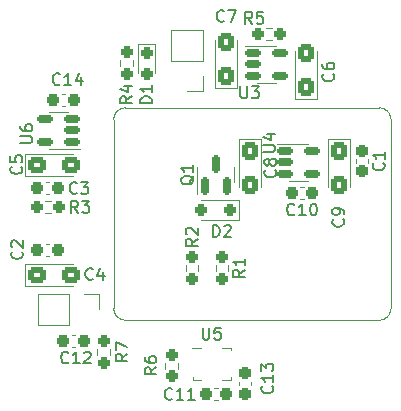
<source format=gto>
G04 #@! TF.GenerationSoftware,KiCad,Pcbnew,7.0.2*
G04 #@! TF.CreationDate,2025-02-26T19:17:01+01:00*
G04 #@! TF.ProjectId,testESP32_2,74657374-4553-4503-9332-5f322e6b6963,rev?*
G04 #@! TF.SameCoordinates,Original*
G04 #@! TF.FileFunction,Legend,Top*
G04 #@! TF.FilePolarity,Positive*
%FSLAX46Y46*%
G04 Gerber Fmt 4.6, Leading zero omitted, Abs format (unit mm)*
G04 Created by KiCad (PCBNEW 7.0.2) date 2025-02-26 19:17:01*
%MOMM*%
%LPD*%
G01*
G04 APERTURE LIST*
G04 Aperture macros list*
%AMRoundRect*
0 Rectangle with rounded corners*
0 $1 Rounding radius*
0 $2 $3 $4 $5 $6 $7 $8 $9 X,Y pos of 4 corners*
0 Add a 4 corners polygon primitive as box body*
4,1,4,$2,$3,$4,$5,$6,$7,$8,$9,$2,$3,0*
0 Add four circle primitives for the rounded corners*
1,1,$1+$1,$2,$3*
1,1,$1+$1,$4,$5*
1,1,$1+$1,$6,$7*
1,1,$1+$1,$8,$9*
0 Add four rect primitives between the rounded corners*
20,1,$1+$1,$2,$3,$4,$5,0*
20,1,$1+$1,$4,$5,$6,$7,0*
20,1,$1+$1,$6,$7,$8,$9,0*
20,1,$1+$1,$8,$9,$2,$3,0*%
G04 Aperture macros list end*
%ADD10C,0.150000*%
%ADD11C,0.120000*%
%ADD12C,0.100000*%
%ADD13RoundRect,0.237500X0.237500X-0.250000X0.237500X0.250000X-0.237500X0.250000X-0.237500X-0.250000X0*%
%ADD14RoundRect,0.237500X-0.300000X-0.237500X0.300000X-0.237500X0.300000X0.237500X-0.300000X0.237500X0*%
%ADD15RoundRect,0.250000X0.425000X-0.537500X0.425000X0.537500X-0.425000X0.537500X-0.425000X-0.537500X0*%
%ADD16RoundRect,0.250000X0.250000X0.250000X-0.250000X0.250000X-0.250000X-0.250000X0.250000X-0.250000X0*%
%ADD17RoundRect,0.237500X0.300000X0.237500X-0.300000X0.237500X-0.300000X-0.237500X0.300000X-0.237500X0*%
%ADD18RoundRect,0.237500X-0.250000X-0.237500X0.250000X-0.237500X0.250000X0.237500X-0.250000X0.237500X0*%
%ADD19R,1.700000X1.700000*%
%ADD20O,1.700000X1.700000*%
%ADD21RoundRect,0.237500X-0.237500X0.300000X-0.237500X-0.300000X0.237500X-0.300000X0.237500X0.300000X0*%
%ADD22RoundRect,0.150000X0.150000X-0.587500X0.150000X0.587500X-0.150000X0.587500X-0.150000X-0.587500X0*%
%ADD23RoundRect,0.150000X0.512500X0.150000X-0.512500X0.150000X-0.512500X-0.150000X0.512500X-0.150000X0*%
%ADD24RoundRect,0.237500X-0.237500X0.287500X-0.237500X-0.287500X0.237500X-0.287500X0.237500X0.287500X0*%
%ADD25RoundRect,0.250000X-0.537500X-0.425000X0.537500X-0.425000X0.537500X0.425000X-0.537500X0.425000X0*%
%ADD26RoundRect,0.237500X0.250000X0.237500X-0.250000X0.237500X-0.250000X-0.237500X0.250000X-0.237500X0*%
%ADD27RoundRect,0.237500X-0.237500X0.250000X-0.237500X-0.250000X0.237500X-0.250000X0.237500X0.250000X0*%
%ADD28RoundRect,0.250000X-0.425000X0.537500X-0.425000X-0.537500X0.425000X-0.537500X0.425000X0.537500X0*%
%ADD29R,0.675000X0.250000*%
%ADD30R,0.250000X0.675000*%
%ADD31RoundRect,0.150000X-0.512500X-0.150000X0.512500X-0.150000X0.512500X0.150000X-0.512500X0.150000X0*%
G04 APERTURE END LIST*
D10*
X193062619Y-90116666D02*
X192586428Y-90449999D01*
X193062619Y-90688094D02*
X192062619Y-90688094D01*
X192062619Y-90688094D02*
X192062619Y-90307142D01*
X192062619Y-90307142D02*
X192110238Y-90211904D01*
X192110238Y-90211904D02*
X192157857Y-90164285D01*
X192157857Y-90164285D02*
X192253095Y-90116666D01*
X192253095Y-90116666D02*
X192395952Y-90116666D01*
X192395952Y-90116666D02*
X192491190Y-90164285D01*
X192491190Y-90164285D02*
X192538809Y-90211904D01*
X192538809Y-90211904D02*
X192586428Y-90307142D01*
X192586428Y-90307142D02*
X192586428Y-90688094D01*
X192062619Y-89783332D02*
X192062619Y-89116666D01*
X192062619Y-89116666D02*
X193062619Y-89545237D01*
X184117380Y-81466666D02*
X184165000Y-81514285D01*
X184165000Y-81514285D02*
X184212619Y-81657142D01*
X184212619Y-81657142D02*
X184212619Y-81752380D01*
X184212619Y-81752380D02*
X184165000Y-81895237D01*
X184165000Y-81895237D02*
X184069761Y-81990475D01*
X184069761Y-81990475D02*
X183974523Y-82038094D01*
X183974523Y-82038094D02*
X183784047Y-82085713D01*
X183784047Y-82085713D02*
X183641190Y-82085713D01*
X183641190Y-82085713D02*
X183450714Y-82038094D01*
X183450714Y-82038094D02*
X183355476Y-81990475D01*
X183355476Y-81990475D02*
X183260238Y-81895237D01*
X183260238Y-81895237D02*
X183212619Y-81752380D01*
X183212619Y-81752380D02*
X183212619Y-81657142D01*
X183212619Y-81657142D02*
X183260238Y-81514285D01*
X183260238Y-81514285D02*
X183307857Y-81466666D01*
X183307857Y-81085713D02*
X183260238Y-81038094D01*
X183260238Y-81038094D02*
X183212619Y-80942856D01*
X183212619Y-80942856D02*
X183212619Y-80704761D01*
X183212619Y-80704761D02*
X183260238Y-80609523D01*
X183260238Y-80609523D02*
X183307857Y-80561904D01*
X183307857Y-80561904D02*
X183403095Y-80514285D01*
X183403095Y-80514285D02*
X183498333Y-80514285D01*
X183498333Y-80514285D02*
X183641190Y-80561904D01*
X183641190Y-80561904D02*
X184212619Y-81133332D01*
X184212619Y-81133332D02*
X184212619Y-80514285D01*
X210467380Y-66416666D02*
X210515000Y-66464285D01*
X210515000Y-66464285D02*
X210562619Y-66607142D01*
X210562619Y-66607142D02*
X210562619Y-66702380D01*
X210562619Y-66702380D02*
X210515000Y-66845237D01*
X210515000Y-66845237D02*
X210419761Y-66940475D01*
X210419761Y-66940475D02*
X210324523Y-66988094D01*
X210324523Y-66988094D02*
X210134047Y-67035713D01*
X210134047Y-67035713D02*
X209991190Y-67035713D01*
X209991190Y-67035713D02*
X209800714Y-66988094D01*
X209800714Y-66988094D02*
X209705476Y-66940475D01*
X209705476Y-66940475D02*
X209610238Y-66845237D01*
X209610238Y-66845237D02*
X209562619Y-66702380D01*
X209562619Y-66702380D02*
X209562619Y-66607142D01*
X209562619Y-66607142D02*
X209610238Y-66464285D01*
X209610238Y-66464285D02*
X209657857Y-66416666D01*
X209562619Y-65559523D02*
X209562619Y-65749999D01*
X209562619Y-65749999D02*
X209610238Y-65845237D01*
X209610238Y-65845237D02*
X209657857Y-65892856D01*
X209657857Y-65892856D02*
X209800714Y-65988094D01*
X209800714Y-65988094D02*
X209991190Y-66035713D01*
X209991190Y-66035713D02*
X210372142Y-66035713D01*
X210372142Y-66035713D02*
X210467380Y-65988094D01*
X210467380Y-65988094D02*
X210515000Y-65940475D01*
X210515000Y-65940475D02*
X210562619Y-65845237D01*
X210562619Y-65845237D02*
X210562619Y-65654761D01*
X210562619Y-65654761D02*
X210515000Y-65559523D01*
X210515000Y-65559523D02*
X210467380Y-65511904D01*
X210467380Y-65511904D02*
X210372142Y-65464285D01*
X210372142Y-65464285D02*
X210134047Y-65464285D01*
X210134047Y-65464285D02*
X210038809Y-65511904D01*
X210038809Y-65511904D02*
X209991190Y-65559523D01*
X209991190Y-65559523D02*
X209943571Y-65654761D01*
X209943571Y-65654761D02*
X209943571Y-65845237D01*
X209943571Y-65845237D02*
X209991190Y-65940475D01*
X209991190Y-65940475D02*
X210038809Y-65988094D01*
X210038809Y-65988094D02*
X210134047Y-66035713D01*
X200311905Y-80212619D02*
X200311905Y-79212619D01*
X200311905Y-79212619D02*
X200550000Y-79212619D01*
X200550000Y-79212619D02*
X200692857Y-79260238D01*
X200692857Y-79260238D02*
X200788095Y-79355476D01*
X200788095Y-79355476D02*
X200835714Y-79450714D01*
X200835714Y-79450714D02*
X200883333Y-79641190D01*
X200883333Y-79641190D02*
X200883333Y-79784047D01*
X200883333Y-79784047D02*
X200835714Y-79974523D01*
X200835714Y-79974523D02*
X200788095Y-80069761D01*
X200788095Y-80069761D02*
X200692857Y-80165000D01*
X200692857Y-80165000D02*
X200550000Y-80212619D01*
X200550000Y-80212619D02*
X200311905Y-80212619D01*
X201264286Y-79307857D02*
X201311905Y-79260238D01*
X201311905Y-79260238D02*
X201407143Y-79212619D01*
X201407143Y-79212619D02*
X201645238Y-79212619D01*
X201645238Y-79212619D02*
X201740476Y-79260238D01*
X201740476Y-79260238D02*
X201788095Y-79307857D01*
X201788095Y-79307857D02*
X201835714Y-79403095D01*
X201835714Y-79403095D02*
X201835714Y-79498333D01*
X201835714Y-79498333D02*
X201788095Y-79641190D01*
X201788095Y-79641190D02*
X201216667Y-80212619D01*
X201216667Y-80212619D02*
X201835714Y-80212619D01*
X188057142Y-90817380D02*
X188009523Y-90865000D01*
X188009523Y-90865000D02*
X187866666Y-90912619D01*
X187866666Y-90912619D02*
X187771428Y-90912619D01*
X187771428Y-90912619D02*
X187628571Y-90865000D01*
X187628571Y-90865000D02*
X187533333Y-90769761D01*
X187533333Y-90769761D02*
X187485714Y-90674523D01*
X187485714Y-90674523D02*
X187438095Y-90484047D01*
X187438095Y-90484047D02*
X187438095Y-90341190D01*
X187438095Y-90341190D02*
X187485714Y-90150714D01*
X187485714Y-90150714D02*
X187533333Y-90055476D01*
X187533333Y-90055476D02*
X187628571Y-89960238D01*
X187628571Y-89960238D02*
X187771428Y-89912619D01*
X187771428Y-89912619D02*
X187866666Y-89912619D01*
X187866666Y-89912619D02*
X188009523Y-89960238D01*
X188009523Y-89960238D02*
X188057142Y-90007857D01*
X189009523Y-90912619D02*
X188438095Y-90912619D01*
X188723809Y-90912619D02*
X188723809Y-89912619D01*
X188723809Y-89912619D02*
X188628571Y-90055476D01*
X188628571Y-90055476D02*
X188533333Y-90150714D01*
X188533333Y-90150714D02*
X188438095Y-90198333D01*
X189390476Y-90007857D02*
X189438095Y-89960238D01*
X189438095Y-89960238D02*
X189533333Y-89912619D01*
X189533333Y-89912619D02*
X189771428Y-89912619D01*
X189771428Y-89912619D02*
X189866666Y-89960238D01*
X189866666Y-89960238D02*
X189914285Y-90007857D01*
X189914285Y-90007857D02*
X189961904Y-90103095D01*
X189961904Y-90103095D02*
X189961904Y-90198333D01*
X189961904Y-90198333D02*
X189914285Y-90341190D01*
X189914285Y-90341190D02*
X189342857Y-90912619D01*
X189342857Y-90912619D02*
X189961904Y-90912619D01*
X203633333Y-62162619D02*
X203300000Y-61686428D01*
X203061905Y-62162619D02*
X203061905Y-61162619D01*
X203061905Y-61162619D02*
X203442857Y-61162619D01*
X203442857Y-61162619D02*
X203538095Y-61210238D01*
X203538095Y-61210238D02*
X203585714Y-61257857D01*
X203585714Y-61257857D02*
X203633333Y-61353095D01*
X203633333Y-61353095D02*
X203633333Y-61495952D01*
X203633333Y-61495952D02*
X203585714Y-61591190D01*
X203585714Y-61591190D02*
X203538095Y-61638809D01*
X203538095Y-61638809D02*
X203442857Y-61686428D01*
X203442857Y-61686428D02*
X203061905Y-61686428D01*
X204538095Y-61162619D02*
X204061905Y-61162619D01*
X204061905Y-61162619D02*
X204014286Y-61638809D01*
X204014286Y-61638809D02*
X204061905Y-61591190D01*
X204061905Y-61591190D02*
X204157143Y-61543571D01*
X204157143Y-61543571D02*
X204395238Y-61543571D01*
X204395238Y-61543571D02*
X204490476Y-61591190D01*
X204490476Y-61591190D02*
X204538095Y-61638809D01*
X204538095Y-61638809D02*
X204585714Y-61734047D01*
X204585714Y-61734047D02*
X204585714Y-61972142D01*
X204585714Y-61972142D02*
X204538095Y-62067380D01*
X204538095Y-62067380D02*
X204490476Y-62115000D01*
X204490476Y-62115000D02*
X204395238Y-62162619D01*
X204395238Y-62162619D02*
X204157143Y-62162619D01*
X204157143Y-62162619D02*
X204061905Y-62115000D01*
X204061905Y-62115000D02*
X204014286Y-62067380D01*
X205317380Y-92842857D02*
X205365000Y-92890476D01*
X205365000Y-92890476D02*
X205412619Y-93033333D01*
X205412619Y-93033333D02*
X205412619Y-93128571D01*
X205412619Y-93128571D02*
X205365000Y-93271428D01*
X205365000Y-93271428D02*
X205269761Y-93366666D01*
X205269761Y-93366666D02*
X205174523Y-93414285D01*
X205174523Y-93414285D02*
X204984047Y-93461904D01*
X204984047Y-93461904D02*
X204841190Y-93461904D01*
X204841190Y-93461904D02*
X204650714Y-93414285D01*
X204650714Y-93414285D02*
X204555476Y-93366666D01*
X204555476Y-93366666D02*
X204460238Y-93271428D01*
X204460238Y-93271428D02*
X204412619Y-93128571D01*
X204412619Y-93128571D02*
X204412619Y-93033333D01*
X204412619Y-93033333D02*
X204460238Y-92890476D01*
X204460238Y-92890476D02*
X204507857Y-92842857D01*
X205412619Y-91890476D02*
X205412619Y-92461904D01*
X205412619Y-92176190D02*
X204412619Y-92176190D01*
X204412619Y-92176190D02*
X204555476Y-92271428D01*
X204555476Y-92271428D02*
X204650714Y-92366666D01*
X204650714Y-92366666D02*
X204698333Y-92461904D01*
X204412619Y-91557142D02*
X204412619Y-90938095D01*
X204412619Y-90938095D02*
X204793571Y-91271428D01*
X204793571Y-91271428D02*
X204793571Y-91128571D01*
X204793571Y-91128571D02*
X204841190Y-91033333D01*
X204841190Y-91033333D02*
X204888809Y-90985714D01*
X204888809Y-90985714D02*
X204984047Y-90938095D01*
X204984047Y-90938095D02*
X205222142Y-90938095D01*
X205222142Y-90938095D02*
X205317380Y-90985714D01*
X205317380Y-90985714D02*
X205365000Y-91033333D01*
X205365000Y-91033333D02*
X205412619Y-91128571D01*
X205412619Y-91128571D02*
X205412619Y-91414285D01*
X205412619Y-91414285D02*
X205365000Y-91509523D01*
X205365000Y-91509523D02*
X205317380Y-91557142D01*
X198707857Y-75032738D02*
X198660238Y-75127976D01*
X198660238Y-75127976D02*
X198565000Y-75223214D01*
X198565000Y-75223214D02*
X198422142Y-75366071D01*
X198422142Y-75366071D02*
X198374523Y-75461309D01*
X198374523Y-75461309D02*
X198374523Y-75556547D01*
X198612619Y-75508928D02*
X198565000Y-75604166D01*
X198565000Y-75604166D02*
X198469761Y-75699404D01*
X198469761Y-75699404D02*
X198279285Y-75747023D01*
X198279285Y-75747023D02*
X197945952Y-75747023D01*
X197945952Y-75747023D02*
X197755476Y-75699404D01*
X197755476Y-75699404D02*
X197660238Y-75604166D01*
X197660238Y-75604166D02*
X197612619Y-75508928D01*
X197612619Y-75508928D02*
X197612619Y-75318452D01*
X197612619Y-75318452D02*
X197660238Y-75223214D01*
X197660238Y-75223214D02*
X197755476Y-75127976D01*
X197755476Y-75127976D02*
X197945952Y-75080357D01*
X197945952Y-75080357D02*
X198279285Y-75080357D01*
X198279285Y-75080357D02*
X198469761Y-75127976D01*
X198469761Y-75127976D02*
X198565000Y-75223214D01*
X198565000Y-75223214D02*
X198612619Y-75318452D01*
X198612619Y-75318452D02*
X198612619Y-75508928D01*
X198612619Y-74127976D02*
X198612619Y-74699404D01*
X198612619Y-74413690D02*
X197612619Y-74413690D01*
X197612619Y-74413690D02*
X197755476Y-74508928D01*
X197755476Y-74508928D02*
X197850714Y-74604166D01*
X197850714Y-74604166D02*
X197898333Y-74699404D01*
X184012619Y-72261904D02*
X184822142Y-72261904D01*
X184822142Y-72261904D02*
X184917380Y-72214285D01*
X184917380Y-72214285D02*
X184965000Y-72166666D01*
X184965000Y-72166666D02*
X185012619Y-72071428D01*
X185012619Y-72071428D02*
X185012619Y-71880952D01*
X185012619Y-71880952D02*
X184965000Y-71785714D01*
X184965000Y-71785714D02*
X184917380Y-71738095D01*
X184917380Y-71738095D02*
X184822142Y-71690476D01*
X184822142Y-71690476D02*
X184012619Y-71690476D01*
X184012619Y-70785714D02*
X184012619Y-70976190D01*
X184012619Y-70976190D02*
X184060238Y-71071428D01*
X184060238Y-71071428D02*
X184107857Y-71119047D01*
X184107857Y-71119047D02*
X184250714Y-71214285D01*
X184250714Y-71214285D02*
X184441190Y-71261904D01*
X184441190Y-71261904D02*
X184822142Y-71261904D01*
X184822142Y-71261904D02*
X184917380Y-71214285D01*
X184917380Y-71214285D02*
X184965000Y-71166666D01*
X184965000Y-71166666D02*
X185012619Y-71071428D01*
X185012619Y-71071428D02*
X185012619Y-70880952D01*
X185012619Y-70880952D02*
X184965000Y-70785714D01*
X184965000Y-70785714D02*
X184917380Y-70738095D01*
X184917380Y-70738095D02*
X184822142Y-70690476D01*
X184822142Y-70690476D02*
X184584047Y-70690476D01*
X184584047Y-70690476D02*
X184488809Y-70738095D01*
X184488809Y-70738095D02*
X184441190Y-70785714D01*
X184441190Y-70785714D02*
X184393571Y-70880952D01*
X184393571Y-70880952D02*
X184393571Y-71071428D01*
X184393571Y-71071428D02*
X184441190Y-71166666D01*
X184441190Y-71166666D02*
X184488809Y-71214285D01*
X184488809Y-71214285D02*
X184584047Y-71261904D01*
X195162619Y-68888094D02*
X194162619Y-68888094D01*
X194162619Y-68888094D02*
X194162619Y-68649999D01*
X194162619Y-68649999D02*
X194210238Y-68507142D01*
X194210238Y-68507142D02*
X194305476Y-68411904D01*
X194305476Y-68411904D02*
X194400714Y-68364285D01*
X194400714Y-68364285D02*
X194591190Y-68316666D01*
X194591190Y-68316666D02*
X194734047Y-68316666D01*
X194734047Y-68316666D02*
X194924523Y-68364285D01*
X194924523Y-68364285D02*
X195019761Y-68411904D01*
X195019761Y-68411904D02*
X195115000Y-68507142D01*
X195115000Y-68507142D02*
X195162619Y-68649999D01*
X195162619Y-68649999D02*
X195162619Y-68888094D01*
X195162619Y-67364285D02*
X195162619Y-67935713D01*
X195162619Y-67649999D02*
X194162619Y-67649999D01*
X194162619Y-67649999D02*
X194305476Y-67745237D01*
X194305476Y-67745237D02*
X194400714Y-67840475D01*
X194400714Y-67840475D02*
X194448333Y-67935713D01*
X188783333Y-76467380D02*
X188735714Y-76515000D01*
X188735714Y-76515000D02*
X188592857Y-76562619D01*
X188592857Y-76562619D02*
X188497619Y-76562619D01*
X188497619Y-76562619D02*
X188354762Y-76515000D01*
X188354762Y-76515000D02*
X188259524Y-76419761D01*
X188259524Y-76419761D02*
X188211905Y-76324523D01*
X188211905Y-76324523D02*
X188164286Y-76134047D01*
X188164286Y-76134047D02*
X188164286Y-75991190D01*
X188164286Y-75991190D02*
X188211905Y-75800714D01*
X188211905Y-75800714D02*
X188259524Y-75705476D01*
X188259524Y-75705476D02*
X188354762Y-75610238D01*
X188354762Y-75610238D02*
X188497619Y-75562619D01*
X188497619Y-75562619D02*
X188592857Y-75562619D01*
X188592857Y-75562619D02*
X188735714Y-75610238D01*
X188735714Y-75610238D02*
X188783333Y-75657857D01*
X189116667Y-75562619D02*
X189735714Y-75562619D01*
X189735714Y-75562619D02*
X189402381Y-75943571D01*
X189402381Y-75943571D02*
X189545238Y-75943571D01*
X189545238Y-75943571D02*
X189640476Y-75991190D01*
X189640476Y-75991190D02*
X189688095Y-76038809D01*
X189688095Y-76038809D02*
X189735714Y-76134047D01*
X189735714Y-76134047D02*
X189735714Y-76372142D01*
X189735714Y-76372142D02*
X189688095Y-76467380D01*
X189688095Y-76467380D02*
X189640476Y-76515000D01*
X189640476Y-76515000D02*
X189545238Y-76562619D01*
X189545238Y-76562619D02*
X189259524Y-76562619D01*
X189259524Y-76562619D02*
X189164286Y-76515000D01*
X189164286Y-76515000D02*
X189116667Y-76467380D01*
X184067380Y-74266666D02*
X184115000Y-74314285D01*
X184115000Y-74314285D02*
X184162619Y-74457142D01*
X184162619Y-74457142D02*
X184162619Y-74552380D01*
X184162619Y-74552380D02*
X184115000Y-74695237D01*
X184115000Y-74695237D02*
X184019761Y-74790475D01*
X184019761Y-74790475D02*
X183924523Y-74838094D01*
X183924523Y-74838094D02*
X183734047Y-74885713D01*
X183734047Y-74885713D02*
X183591190Y-74885713D01*
X183591190Y-74885713D02*
X183400714Y-74838094D01*
X183400714Y-74838094D02*
X183305476Y-74790475D01*
X183305476Y-74790475D02*
X183210238Y-74695237D01*
X183210238Y-74695237D02*
X183162619Y-74552380D01*
X183162619Y-74552380D02*
X183162619Y-74457142D01*
X183162619Y-74457142D02*
X183210238Y-74314285D01*
X183210238Y-74314285D02*
X183257857Y-74266666D01*
X183162619Y-73361904D02*
X183162619Y-73838094D01*
X183162619Y-73838094D02*
X183638809Y-73885713D01*
X183638809Y-73885713D02*
X183591190Y-73838094D01*
X183591190Y-73838094D02*
X183543571Y-73742856D01*
X183543571Y-73742856D02*
X183543571Y-73504761D01*
X183543571Y-73504761D02*
X183591190Y-73409523D01*
X183591190Y-73409523D02*
X183638809Y-73361904D01*
X183638809Y-73361904D02*
X183734047Y-73314285D01*
X183734047Y-73314285D02*
X183972142Y-73314285D01*
X183972142Y-73314285D02*
X184067380Y-73361904D01*
X184067380Y-73361904D02*
X184115000Y-73409523D01*
X184115000Y-73409523D02*
X184162619Y-73504761D01*
X184162619Y-73504761D02*
X184162619Y-73742856D01*
X184162619Y-73742856D02*
X184115000Y-73838094D01*
X184115000Y-73838094D02*
X184067380Y-73885713D01*
X196857142Y-93917380D02*
X196809523Y-93965000D01*
X196809523Y-93965000D02*
X196666666Y-94012619D01*
X196666666Y-94012619D02*
X196571428Y-94012619D01*
X196571428Y-94012619D02*
X196428571Y-93965000D01*
X196428571Y-93965000D02*
X196333333Y-93869761D01*
X196333333Y-93869761D02*
X196285714Y-93774523D01*
X196285714Y-93774523D02*
X196238095Y-93584047D01*
X196238095Y-93584047D02*
X196238095Y-93441190D01*
X196238095Y-93441190D02*
X196285714Y-93250714D01*
X196285714Y-93250714D02*
X196333333Y-93155476D01*
X196333333Y-93155476D02*
X196428571Y-93060238D01*
X196428571Y-93060238D02*
X196571428Y-93012619D01*
X196571428Y-93012619D02*
X196666666Y-93012619D01*
X196666666Y-93012619D02*
X196809523Y-93060238D01*
X196809523Y-93060238D02*
X196857142Y-93107857D01*
X197809523Y-94012619D02*
X197238095Y-94012619D01*
X197523809Y-94012619D02*
X197523809Y-93012619D01*
X197523809Y-93012619D02*
X197428571Y-93155476D01*
X197428571Y-93155476D02*
X197333333Y-93250714D01*
X197333333Y-93250714D02*
X197238095Y-93298333D01*
X198761904Y-94012619D02*
X198190476Y-94012619D01*
X198476190Y-94012619D02*
X198476190Y-93012619D01*
X198476190Y-93012619D02*
X198380952Y-93155476D01*
X198380952Y-93155476D02*
X198285714Y-93250714D01*
X198285714Y-93250714D02*
X198190476Y-93298333D01*
X188883333Y-78162619D02*
X188550000Y-77686428D01*
X188311905Y-78162619D02*
X188311905Y-77162619D01*
X188311905Y-77162619D02*
X188692857Y-77162619D01*
X188692857Y-77162619D02*
X188788095Y-77210238D01*
X188788095Y-77210238D02*
X188835714Y-77257857D01*
X188835714Y-77257857D02*
X188883333Y-77353095D01*
X188883333Y-77353095D02*
X188883333Y-77495952D01*
X188883333Y-77495952D02*
X188835714Y-77591190D01*
X188835714Y-77591190D02*
X188788095Y-77638809D01*
X188788095Y-77638809D02*
X188692857Y-77686428D01*
X188692857Y-77686428D02*
X188311905Y-77686428D01*
X189216667Y-77162619D02*
X189835714Y-77162619D01*
X189835714Y-77162619D02*
X189502381Y-77543571D01*
X189502381Y-77543571D02*
X189645238Y-77543571D01*
X189645238Y-77543571D02*
X189740476Y-77591190D01*
X189740476Y-77591190D02*
X189788095Y-77638809D01*
X189788095Y-77638809D02*
X189835714Y-77734047D01*
X189835714Y-77734047D02*
X189835714Y-77972142D01*
X189835714Y-77972142D02*
X189788095Y-78067380D01*
X189788095Y-78067380D02*
X189740476Y-78115000D01*
X189740476Y-78115000D02*
X189645238Y-78162619D01*
X189645238Y-78162619D02*
X189359524Y-78162619D01*
X189359524Y-78162619D02*
X189264286Y-78115000D01*
X189264286Y-78115000D02*
X189216667Y-78067380D01*
X193462619Y-68316666D02*
X192986428Y-68649999D01*
X193462619Y-68888094D02*
X192462619Y-68888094D01*
X192462619Y-68888094D02*
X192462619Y-68507142D01*
X192462619Y-68507142D02*
X192510238Y-68411904D01*
X192510238Y-68411904D02*
X192557857Y-68364285D01*
X192557857Y-68364285D02*
X192653095Y-68316666D01*
X192653095Y-68316666D02*
X192795952Y-68316666D01*
X192795952Y-68316666D02*
X192891190Y-68364285D01*
X192891190Y-68364285D02*
X192938809Y-68411904D01*
X192938809Y-68411904D02*
X192986428Y-68507142D01*
X192986428Y-68507142D02*
X192986428Y-68888094D01*
X192795952Y-67459523D02*
X193462619Y-67459523D01*
X192415000Y-67697618D02*
X193129285Y-67935713D01*
X193129285Y-67935713D02*
X193129285Y-67316666D01*
X199012619Y-80366666D02*
X198536428Y-80699999D01*
X199012619Y-80938094D02*
X198012619Y-80938094D01*
X198012619Y-80938094D02*
X198012619Y-80557142D01*
X198012619Y-80557142D02*
X198060238Y-80461904D01*
X198060238Y-80461904D02*
X198107857Y-80414285D01*
X198107857Y-80414285D02*
X198203095Y-80366666D01*
X198203095Y-80366666D02*
X198345952Y-80366666D01*
X198345952Y-80366666D02*
X198441190Y-80414285D01*
X198441190Y-80414285D02*
X198488809Y-80461904D01*
X198488809Y-80461904D02*
X198536428Y-80557142D01*
X198536428Y-80557142D02*
X198536428Y-80938094D01*
X198107857Y-79985713D02*
X198060238Y-79938094D01*
X198060238Y-79938094D02*
X198012619Y-79842856D01*
X198012619Y-79842856D02*
X198012619Y-79604761D01*
X198012619Y-79604761D02*
X198060238Y-79509523D01*
X198060238Y-79509523D02*
X198107857Y-79461904D01*
X198107857Y-79461904D02*
X198203095Y-79414285D01*
X198203095Y-79414285D02*
X198298333Y-79414285D01*
X198298333Y-79414285D02*
X198441190Y-79461904D01*
X198441190Y-79461904D02*
X199012619Y-80033332D01*
X199012619Y-80033332D02*
X199012619Y-79414285D01*
X187357142Y-67267380D02*
X187309523Y-67315000D01*
X187309523Y-67315000D02*
X187166666Y-67362619D01*
X187166666Y-67362619D02*
X187071428Y-67362619D01*
X187071428Y-67362619D02*
X186928571Y-67315000D01*
X186928571Y-67315000D02*
X186833333Y-67219761D01*
X186833333Y-67219761D02*
X186785714Y-67124523D01*
X186785714Y-67124523D02*
X186738095Y-66934047D01*
X186738095Y-66934047D02*
X186738095Y-66791190D01*
X186738095Y-66791190D02*
X186785714Y-66600714D01*
X186785714Y-66600714D02*
X186833333Y-66505476D01*
X186833333Y-66505476D02*
X186928571Y-66410238D01*
X186928571Y-66410238D02*
X187071428Y-66362619D01*
X187071428Y-66362619D02*
X187166666Y-66362619D01*
X187166666Y-66362619D02*
X187309523Y-66410238D01*
X187309523Y-66410238D02*
X187357142Y-66457857D01*
X188309523Y-67362619D02*
X187738095Y-67362619D01*
X188023809Y-67362619D02*
X188023809Y-66362619D01*
X188023809Y-66362619D02*
X187928571Y-66505476D01*
X187928571Y-66505476D02*
X187833333Y-66600714D01*
X187833333Y-66600714D02*
X187738095Y-66648333D01*
X189166666Y-66695952D02*
X189166666Y-67362619D01*
X188928571Y-66315000D02*
X188690476Y-67029285D01*
X188690476Y-67029285D02*
X189309523Y-67029285D01*
X211317380Y-78716666D02*
X211365000Y-78764285D01*
X211365000Y-78764285D02*
X211412619Y-78907142D01*
X211412619Y-78907142D02*
X211412619Y-79002380D01*
X211412619Y-79002380D02*
X211365000Y-79145237D01*
X211365000Y-79145237D02*
X211269761Y-79240475D01*
X211269761Y-79240475D02*
X211174523Y-79288094D01*
X211174523Y-79288094D02*
X210984047Y-79335713D01*
X210984047Y-79335713D02*
X210841190Y-79335713D01*
X210841190Y-79335713D02*
X210650714Y-79288094D01*
X210650714Y-79288094D02*
X210555476Y-79240475D01*
X210555476Y-79240475D02*
X210460238Y-79145237D01*
X210460238Y-79145237D02*
X210412619Y-79002380D01*
X210412619Y-79002380D02*
X210412619Y-78907142D01*
X210412619Y-78907142D02*
X210460238Y-78764285D01*
X210460238Y-78764285D02*
X210507857Y-78716666D01*
X211412619Y-78240475D02*
X211412619Y-78049999D01*
X211412619Y-78049999D02*
X211365000Y-77954761D01*
X211365000Y-77954761D02*
X211317380Y-77907142D01*
X211317380Y-77907142D02*
X211174523Y-77811904D01*
X211174523Y-77811904D02*
X210984047Y-77764285D01*
X210984047Y-77764285D02*
X210603095Y-77764285D01*
X210603095Y-77764285D02*
X210507857Y-77811904D01*
X210507857Y-77811904D02*
X210460238Y-77859523D01*
X210460238Y-77859523D02*
X210412619Y-77954761D01*
X210412619Y-77954761D02*
X210412619Y-78145237D01*
X210412619Y-78145237D02*
X210460238Y-78240475D01*
X210460238Y-78240475D02*
X210507857Y-78288094D01*
X210507857Y-78288094D02*
X210603095Y-78335713D01*
X210603095Y-78335713D02*
X210841190Y-78335713D01*
X210841190Y-78335713D02*
X210936428Y-78288094D01*
X210936428Y-78288094D02*
X210984047Y-78240475D01*
X210984047Y-78240475D02*
X211031666Y-78145237D01*
X211031666Y-78145237D02*
X211031666Y-77954761D01*
X211031666Y-77954761D02*
X210984047Y-77859523D01*
X210984047Y-77859523D02*
X210936428Y-77811904D01*
X210936428Y-77811904D02*
X210841190Y-77764285D01*
X207194642Y-78297380D02*
X207147023Y-78345000D01*
X207147023Y-78345000D02*
X207004166Y-78392619D01*
X207004166Y-78392619D02*
X206908928Y-78392619D01*
X206908928Y-78392619D02*
X206766071Y-78345000D01*
X206766071Y-78345000D02*
X206670833Y-78249761D01*
X206670833Y-78249761D02*
X206623214Y-78154523D01*
X206623214Y-78154523D02*
X206575595Y-77964047D01*
X206575595Y-77964047D02*
X206575595Y-77821190D01*
X206575595Y-77821190D02*
X206623214Y-77630714D01*
X206623214Y-77630714D02*
X206670833Y-77535476D01*
X206670833Y-77535476D02*
X206766071Y-77440238D01*
X206766071Y-77440238D02*
X206908928Y-77392619D01*
X206908928Y-77392619D02*
X207004166Y-77392619D01*
X207004166Y-77392619D02*
X207147023Y-77440238D01*
X207147023Y-77440238D02*
X207194642Y-77487857D01*
X208147023Y-78392619D02*
X207575595Y-78392619D01*
X207861309Y-78392619D02*
X207861309Y-77392619D01*
X207861309Y-77392619D02*
X207766071Y-77535476D01*
X207766071Y-77535476D02*
X207670833Y-77630714D01*
X207670833Y-77630714D02*
X207575595Y-77678333D01*
X208766071Y-77392619D02*
X208861309Y-77392619D01*
X208861309Y-77392619D02*
X208956547Y-77440238D01*
X208956547Y-77440238D02*
X209004166Y-77487857D01*
X209004166Y-77487857D02*
X209051785Y-77583095D01*
X209051785Y-77583095D02*
X209099404Y-77773571D01*
X209099404Y-77773571D02*
X209099404Y-78011666D01*
X209099404Y-78011666D02*
X209051785Y-78202142D01*
X209051785Y-78202142D02*
X209004166Y-78297380D01*
X209004166Y-78297380D02*
X208956547Y-78345000D01*
X208956547Y-78345000D02*
X208861309Y-78392619D01*
X208861309Y-78392619D02*
X208766071Y-78392619D01*
X208766071Y-78392619D02*
X208670833Y-78345000D01*
X208670833Y-78345000D02*
X208623214Y-78297380D01*
X208623214Y-78297380D02*
X208575595Y-78202142D01*
X208575595Y-78202142D02*
X208527976Y-78011666D01*
X208527976Y-78011666D02*
X208527976Y-77773571D01*
X208527976Y-77773571D02*
X208575595Y-77583095D01*
X208575595Y-77583095D02*
X208623214Y-77487857D01*
X208623214Y-77487857D02*
X208670833Y-77440238D01*
X208670833Y-77440238D02*
X208766071Y-77392619D01*
X201233333Y-61917380D02*
X201185714Y-61965000D01*
X201185714Y-61965000D02*
X201042857Y-62012619D01*
X201042857Y-62012619D02*
X200947619Y-62012619D01*
X200947619Y-62012619D02*
X200804762Y-61965000D01*
X200804762Y-61965000D02*
X200709524Y-61869761D01*
X200709524Y-61869761D02*
X200661905Y-61774523D01*
X200661905Y-61774523D02*
X200614286Y-61584047D01*
X200614286Y-61584047D02*
X200614286Y-61441190D01*
X200614286Y-61441190D02*
X200661905Y-61250714D01*
X200661905Y-61250714D02*
X200709524Y-61155476D01*
X200709524Y-61155476D02*
X200804762Y-61060238D01*
X200804762Y-61060238D02*
X200947619Y-61012619D01*
X200947619Y-61012619D02*
X201042857Y-61012619D01*
X201042857Y-61012619D02*
X201185714Y-61060238D01*
X201185714Y-61060238D02*
X201233333Y-61107857D01*
X201566667Y-61012619D02*
X202233333Y-61012619D01*
X202233333Y-61012619D02*
X201804762Y-62012619D01*
X202992619Y-83004166D02*
X202516428Y-83337499D01*
X202992619Y-83575594D02*
X201992619Y-83575594D01*
X201992619Y-83575594D02*
X201992619Y-83194642D01*
X201992619Y-83194642D02*
X202040238Y-83099404D01*
X202040238Y-83099404D02*
X202087857Y-83051785D01*
X202087857Y-83051785D02*
X202183095Y-83004166D01*
X202183095Y-83004166D02*
X202325952Y-83004166D01*
X202325952Y-83004166D02*
X202421190Y-83051785D01*
X202421190Y-83051785D02*
X202468809Y-83099404D01*
X202468809Y-83099404D02*
X202516428Y-83194642D01*
X202516428Y-83194642D02*
X202516428Y-83575594D01*
X202992619Y-82051785D02*
X202992619Y-82623213D01*
X202992619Y-82337499D02*
X201992619Y-82337499D01*
X201992619Y-82337499D02*
X202135476Y-82432737D01*
X202135476Y-82432737D02*
X202230714Y-82527975D01*
X202230714Y-82527975D02*
X202278333Y-82623213D01*
X190133333Y-83767380D02*
X190085714Y-83815000D01*
X190085714Y-83815000D02*
X189942857Y-83862619D01*
X189942857Y-83862619D02*
X189847619Y-83862619D01*
X189847619Y-83862619D02*
X189704762Y-83815000D01*
X189704762Y-83815000D02*
X189609524Y-83719761D01*
X189609524Y-83719761D02*
X189561905Y-83624523D01*
X189561905Y-83624523D02*
X189514286Y-83434047D01*
X189514286Y-83434047D02*
X189514286Y-83291190D01*
X189514286Y-83291190D02*
X189561905Y-83100714D01*
X189561905Y-83100714D02*
X189609524Y-83005476D01*
X189609524Y-83005476D02*
X189704762Y-82910238D01*
X189704762Y-82910238D02*
X189847619Y-82862619D01*
X189847619Y-82862619D02*
X189942857Y-82862619D01*
X189942857Y-82862619D02*
X190085714Y-82910238D01*
X190085714Y-82910238D02*
X190133333Y-82957857D01*
X190990476Y-83195952D02*
X190990476Y-83862619D01*
X190752381Y-82815000D02*
X190514286Y-83529285D01*
X190514286Y-83529285D02*
X191133333Y-83529285D01*
X195512619Y-91266666D02*
X195036428Y-91599999D01*
X195512619Y-91838094D02*
X194512619Y-91838094D01*
X194512619Y-91838094D02*
X194512619Y-91457142D01*
X194512619Y-91457142D02*
X194560238Y-91361904D01*
X194560238Y-91361904D02*
X194607857Y-91314285D01*
X194607857Y-91314285D02*
X194703095Y-91266666D01*
X194703095Y-91266666D02*
X194845952Y-91266666D01*
X194845952Y-91266666D02*
X194941190Y-91314285D01*
X194941190Y-91314285D02*
X194988809Y-91361904D01*
X194988809Y-91361904D02*
X195036428Y-91457142D01*
X195036428Y-91457142D02*
X195036428Y-91838094D01*
X194512619Y-90409523D02*
X194512619Y-90599999D01*
X194512619Y-90599999D02*
X194560238Y-90695237D01*
X194560238Y-90695237D02*
X194607857Y-90742856D01*
X194607857Y-90742856D02*
X194750714Y-90838094D01*
X194750714Y-90838094D02*
X194941190Y-90885713D01*
X194941190Y-90885713D02*
X195322142Y-90885713D01*
X195322142Y-90885713D02*
X195417380Y-90838094D01*
X195417380Y-90838094D02*
X195465000Y-90790475D01*
X195465000Y-90790475D02*
X195512619Y-90695237D01*
X195512619Y-90695237D02*
X195512619Y-90504761D01*
X195512619Y-90504761D02*
X195465000Y-90409523D01*
X195465000Y-90409523D02*
X195417380Y-90361904D01*
X195417380Y-90361904D02*
X195322142Y-90314285D01*
X195322142Y-90314285D02*
X195084047Y-90314285D01*
X195084047Y-90314285D02*
X194988809Y-90361904D01*
X194988809Y-90361904D02*
X194941190Y-90409523D01*
X194941190Y-90409523D02*
X194893571Y-90504761D01*
X194893571Y-90504761D02*
X194893571Y-90695237D01*
X194893571Y-90695237D02*
X194941190Y-90790475D01*
X194941190Y-90790475D02*
X194988809Y-90838094D01*
X194988809Y-90838094D02*
X195084047Y-90885713D01*
X214747380Y-73954166D02*
X214795000Y-74001785D01*
X214795000Y-74001785D02*
X214842619Y-74144642D01*
X214842619Y-74144642D02*
X214842619Y-74239880D01*
X214842619Y-74239880D02*
X214795000Y-74382737D01*
X214795000Y-74382737D02*
X214699761Y-74477975D01*
X214699761Y-74477975D02*
X214604523Y-74525594D01*
X214604523Y-74525594D02*
X214414047Y-74573213D01*
X214414047Y-74573213D02*
X214271190Y-74573213D01*
X214271190Y-74573213D02*
X214080714Y-74525594D01*
X214080714Y-74525594D02*
X213985476Y-74477975D01*
X213985476Y-74477975D02*
X213890238Y-74382737D01*
X213890238Y-74382737D02*
X213842619Y-74239880D01*
X213842619Y-74239880D02*
X213842619Y-74144642D01*
X213842619Y-74144642D02*
X213890238Y-74001785D01*
X213890238Y-74001785D02*
X213937857Y-73954166D01*
X214842619Y-73001785D02*
X214842619Y-73573213D01*
X214842619Y-73287499D02*
X213842619Y-73287499D01*
X213842619Y-73287499D02*
X213985476Y-73382737D01*
X213985476Y-73382737D02*
X214080714Y-73477975D01*
X214080714Y-73477975D02*
X214128333Y-73573213D01*
X199438095Y-87900119D02*
X199438095Y-88709642D01*
X199438095Y-88709642D02*
X199485714Y-88804880D01*
X199485714Y-88804880D02*
X199533333Y-88852500D01*
X199533333Y-88852500D02*
X199628571Y-88900119D01*
X199628571Y-88900119D02*
X199819047Y-88900119D01*
X199819047Y-88900119D02*
X199914285Y-88852500D01*
X199914285Y-88852500D02*
X199961904Y-88804880D01*
X199961904Y-88804880D02*
X200009523Y-88709642D01*
X200009523Y-88709642D02*
X200009523Y-87900119D01*
X200961904Y-87900119D02*
X200485714Y-87900119D01*
X200485714Y-87900119D02*
X200438095Y-88376309D01*
X200438095Y-88376309D02*
X200485714Y-88328690D01*
X200485714Y-88328690D02*
X200580952Y-88281071D01*
X200580952Y-88281071D02*
X200819047Y-88281071D01*
X200819047Y-88281071D02*
X200914285Y-88328690D01*
X200914285Y-88328690D02*
X200961904Y-88376309D01*
X200961904Y-88376309D02*
X201009523Y-88471547D01*
X201009523Y-88471547D02*
X201009523Y-88709642D01*
X201009523Y-88709642D02*
X200961904Y-88804880D01*
X200961904Y-88804880D02*
X200914285Y-88852500D01*
X200914285Y-88852500D02*
X200819047Y-88900119D01*
X200819047Y-88900119D02*
X200580952Y-88900119D01*
X200580952Y-88900119D02*
X200485714Y-88852500D01*
X200485714Y-88852500D02*
X200438095Y-88804880D01*
X205567380Y-74554166D02*
X205615000Y-74601785D01*
X205615000Y-74601785D02*
X205662619Y-74744642D01*
X205662619Y-74744642D02*
X205662619Y-74839880D01*
X205662619Y-74839880D02*
X205615000Y-74982737D01*
X205615000Y-74982737D02*
X205519761Y-75077975D01*
X205519761Y-75077975D02*
X205424523Y-75125594D01*
X205424523Y-75125594D02*
X205234047Y-75173213D01*
X205234047Y-75173213D02*
X205091190Y-75173213D01*
X205091190Y-75173213D02*
X204900714Y-75125594D01*
X204900714Y-75125594D02*
X204805476Y-75077975D01*
X204805476Y-75077975D02*
X204710238Y-74982737D01*
X204710238Y-74982737D02*
X204662619Y-74839880D01*
X204662619Y-74839880D02*
X204662619Y-74744642D01*
X204662619Y-74744642D02*
X204710238Y-74601785D01*
X204710238Y-74601785D02*
X204757857Y-74554166D01*
X205091190Y-73982737D02*
X205043571Y-74077975D01*
X205043571Y-74077975D02*
X204995952Y-74125594D01*
X204995952Y-74125594D02*
X204900714Y-74173213D01*
X204900714Y-74173213D02*
X204853095Y-74173213D01*
X204853095Y-74173213D02*
X204757857Y-74125594D01*
X204757857Y-74125594D02*
X204710238Y-74077975D01*
X204710238Y-74077975D02*
X204662619Y-73982737D01*
X204662619Y-73982737D02*
X204662619Y-73792261D01*
X204662619Y-73792261D02*
X204710238Y-73697023D01*
X204710238Y-73697023D02*
X204757857Y-73649404D01*
X204757857Y-73649404D02*
X204853095Y-73601785D01*
X204853095Y-73601785D02*
X204900714Y-73601785D01*
X204900714Y-73601785D02*
X204995952Y-73649404D01*
X204995952Y-73649404D02*
X205043571Y-73697023D01*
X205043571Y-73697023D02*
X205091190Y-73792261D01*
X205091190Y-73792261D02*
X205091190Y-73982737D01*
X205091190Y-73982737D02*
X205138809Y-74077975D01*
X205138809Y-74077975D02*
X205186428Y-74125594D01*
X205186428Y-74125594D02*
X205281666Y-74173213D01*
X205281666Y-74173213D02*
X205472142Y-74173213D01*
X205472142Y-74173213D02*
X205567380Y-74125594D01*
X205567380Y-74125594D02*
X205615000Y-74077975D01*
X205615000Y-74077975D02*
X205662619Y-73982737D01*
X205662619Y-73982737D02*
X205662619Y-73792261D01*
X205662619Y-73792261D02*
X205615000Y-73697023D01*
X205615000Y-73697023D02*
X205567380Y-73649404D01*
X205567380Y-73649404D02*
X205472142Y-73601785D01*
X205472142Y-73601785D02*
X205281666Y-73601785D01*
X205281666Y-73601785D02*
X205186428Y-73649404D01*
X205186428Y-73649404D02*
X205138809Y-73697023D01*
X205138809Y-73697023D02*
X205091190Y-73792261D01*
X202638095Y-67462619D02*
X202638095Y-68272142D01*
X202638095Y-68272142D02*
X202685714Y-68367380D01*
X202685714Y-68367380D02*
X202733333Y-68415000D01*
X202733333Y-68415000D02*
X202828571Y-68462619D01*
X202828571Y-68462619D02*
X203019047Y-68462619D01*
X203019047Y-68462619D02*
X203114285Y-68415000D01*
X203114285Y-68415000D02*
X203161904Y-68367380D01*
X203161904Y-68367380D02*
X203209523Y-68272142D01*
X203209523Y-68272142D02*
X203209523Y-67462619D01*
X203590476Y-67462619D02*
X204209523Y-67462619D01*
X204209523Y-67462619D02*
X203876190Y-67843571D01*
X203876190Y-67843571D02*
X204019047Y-67843571D01*
X204019047Y-67843571D02*
X204114285Y-67891190D01*
X204114285Y-67891190D02*
X204161904Y-67938809D01*
X204161904Y-67938809D02*
X204209523Y-68034047D01*
X204209523Y-68034047D02*
X204209523Y-68272142D01*
X204209523Y-68272142D02*
X204161904Y-68367380D01*
X204161904Y-68367380D02*
X204114285Y-68415000D01*
X204114285Y-68415000D02*
X204019047Y-68462619D01*
X204019047Y-68462619D02*
X203733333Y-68462619D01*
X203733333Y-68462619D02*
X203638095Y-68415000D01*
X203638095Y-68415000D02*
X203590476Y-68367380D01*
X204562619Y-73011904D02*
X205372142Y-73011904D01*
X205372142Y-73011904D02*
X205467380Y-72964285D01*
X205467380Y-72964285D02*
X205515000Y-72916666D01*
X205515000Y-72916666D02*
X205562619Y-72821428D01*
X205562619Y-72821428D02*
X205562619Y-72630952D01*
X205562619Y-72630952D02*
X205515000Y-72535714D01*
X205515000Y-72535714D02*
X205467380Y-72488095D01*
X205467380Y-72488095D02*
X205372142Y-72440476D01*
X205372142Y-72440476D02*
X204562619Y-72440476D01*
X204895952Y-71535714D02*
X205562619Y-71535714D01*
X204515000Y-71773809D02*
X205229285Y-72011904D01*
X205229285Y-72011904D02*
X205229285Y-71392857D01*
D11*
X190527500Y-90217224D02*
X190527500Y-89707776D01*
X191572500Y-90217224D02*
X191572500Y-89707776D01*
X186166233Y-80790000D02*
X186458767Y-80790000D01*
X186166233Y-81810000D02*
X186458767Y-81810000D01*
X207265000Y-68547500D02*
X209135000Y-68547500D01*
X209135000Y-68547500D02*
X209135000Y-64462500D01*
X207265000Y-64462500D02*
X207265000Y-68547500D01*
X202537500Y-78800000D02*
X202537500Y-77100000D01*
X202537500Y-78800000D02*
X199277500Y-78800000D01*
X202537500Y-77100000D02*
X199277500Y-77100000D01*
X188633767Y-89560000D02*
X188341233Y-89560000D01*
X188633767Y-88540000D02*
X188341233Y-88540000D01*
X204782776Y-62527500D02*
X205292224Y-62527500D01*
X204782776Y-63572500D02*
X205292224Y-63572500D01*
X212840000Y-69270000D02*
X212240000Y-69270000D01*
X210340000Y-69270000D02*
X209690000Y-69270000D01*
X207790000Y-69270000D02*
X207140000Y-69270000D01*
X205240000Y-69270000D02*
X204590000Y-69270000D01*
X202740000Y-69270000D02*
X202040000Y-69270000D01*
X200190000Y-69270000D02*
X199490000Y-69270000D01*
X197640000Y-69270000D02*
X196990000Y-69270000D01*
X195090000Y-69270000D02*
X194440000Y-69270000D01*
X192890000Y-69270000D02*
X214390000Y-69270000D01*
X191890000Y-70270000D02*
X191890000Y-86270000D01*
X215390000Y-86270000D02*
X215390000Y-70270000D01*
X214390000Y-87270000D02*
X192890000Y-87270000D01*
X212190000Y-87270000D02*
X212840000Y-87270000D01*
X209690000Y-87270000D02*
X210340000Y-87270000D01*
X207140000Y-87270000D02*
X207790000Y-87270000D01*
X204540000Y-87270000D02*
X205240000Y-87270000D01*
X202040000Y-87270000D02*
X202690000Y-87270000D01*
X199490000Y-87270000D02*
X200140000Y-87270000D01*
X196990000Y-87270000D02*
X197590000Y-87270000D01*
X194390000Y-87270000D02*
X195090000Y-87270000D01*
X215390000Y-70270000D02*
G75*
G03*
X214390000Y-69270000I-1000000J0D01*
G01*
X215389999Y-70270000D02*
G75*
G03*
X214735705Y-69331658I-999999J0D01*
G01*
X192890000Y-69270000D02*
G75*
G03*
X191890000Y-70270000I0J-1000000D01*
G01*
X192544295Y-69331657D02*
G75*
G03*
X191890000Y-70270000I345705J-938343D01*
G01*
X214735705Y-87208343D02*
G75*
G03*
X215390000Y-86270000I-345705J938343D01*
G01*
X214390000Y-87270000D02*
G75*
G03*
X215390000Y-86270000I0J1000000D01*
G01*
X191890001Y-86270000D02*
G75*
G03*
X192544295Y-87208342I999999J0D01*
G01*
X191890000Y-86270000D02*
G75*
G03*
X192890000Y-87270000I1000000J0D01*
G01*
X203560000Y-92466233D02*
X203560000Y-92758767D01*
X202540000Y-92466233D02*
X202540000Y-92758767D01*
X198990000Y-74937500D02*
X198990000Y-76612500D01*
X198990000Y-74937500D02*
X198990000Y-74287500D01*
X202110000Y-74937500D02*
X202110000Y-75587500D01*
X202110000Y-74937500D02*
X202110000Y-74287500D01*
X187250000Y-72760000D02*
X189050000Y-72760000D01*
X187250000Y-72760000D02*
X186450000Y-72760000D01*
X187250000Y-69640000D02*
X188050000Y-69640000D01*
X187250000Y-69640000D02*
X186450000Y-69640000D01*
X195435000Y-63865000D02*
X193965000Y-63865000D01*
X193965000Y-63865000D02*
X193965000Y-66325000D01*
X195435000Y-66325000D02*
X195435000Y-63865000D01*
X186166233Y-75590000D02*
X186458767Y-75590000D01*
X186166233Y-76610000D02*
X186458767Y-76610000D01*
X184352500Y-73165000D02*
X184352500Y-75035000D01*
X184352500Y-75035000D02*
X188437500Y-75035000D01*
X188437500Y-73165000D02*
X184352500Y-73165000D01*
X200416233Y-93040000D02*
X200708767Y-93040000D01*
X200416233Y-94060000D02*
X200708767Y-94060000D01*
X190680000Y-85020000D02*
X190680000Y-86350000D01*
X189350000Y-85020000D02*
X190680000Y-85020000D01*
X188080000Y-85020000D02*
X185480000Y-85020000D01*
X188080000Y-85020000D02*
X188080000Y-87680000D01*
X185480000Y-85020000D02*
X185480000Y-87680000D01*
X188080000Y-87680000D02*
X185480000Y-87680000D01*
X186617224Y-78222500D02*
X186107776Y-78222500D01*
X186617224Y-77177500D02*
X186107776Y-77177500D01*
X193522500Y-65232776D02*
X193522500Y-65742224D01*
X192477500Y-65232776D02*
X192477500Y-65742224D01*
X199072500Y-82582776D02*
X199072500Y-83092224D01*
X198027500Y-82582776D02*
X198027500Y-83092224D01*
X187516233Y-68140000D02*
X187808767Y-68140000D01*
X187516233Y-69160000D02*
X187808767Y-69160000D01*
X211885000Y-71902500D02*
X210015000Y-71902500D01*
X210015000Y-71902500D02*
X210015000Y-75987500D01*
X211885000Y-75987500D02*
X211885000Y-71902500D01*
X207983767Y-77010000D02*
X207691233Y-77010000D01*
X207983767Y-75990000D02*
X207691233Y-75990000D01*
X200465000Y-67597500D02*
X202335000Y-67597500D01*
X202335000Y-67597500D02*
X202335000Y-63512500D01*
X200465000Y-63512500D02*
X200465000Y-67597500D01*
X201622500Y-82582776D02*
X201622500Y-83092224D01*
X200577500Y-82582776D02*
X200577500Y-83092224D01*
X184402500Y-82465000D02*
X184402500Y-84335000D01*
X184402500Y-84335000D02*
X188487500Y-84335000D01*
X188487500Y-82465000D02*
X184402500Y-82465000D01*
X197322500Y-90857776D02*
X197322500Y-91367224D01*
X196277500Y-90857776D02*
X196277500Y-91367224D01*
X213460000Y-73641233D02*
X213460000Y-73933767D01*
X212440000Y-73641233D02*
X212440000Y-73933767D01*
D12*
X198500000Y-89587500D02*
X199320000Y-89587500D01*
X198600000Y-92287500D02*
X198600000Y-92067500D01*
X198600000Y-92287500D02*
X199320000Y-92287500D01*
X201080000Y-89587500D02*
X201800000Y-89587500D01*
X201800000Y-89587500D02*
X201800000Y-89807500D01*
X201800000Y-92067500D02*
X201800000Y-92287500D01*
X201800000Y-92287500D02*
X201080000Y-92287500D01*
D11*
X199430000Y-67880000D02*
X198100000Y-67880000D01*
X199430000Y-66550000D02*
X199430000Y-67880000D01*
X199430000Y-65280000D02*
X199430000Y-62680000D01*
X199430000Y-65280000D02*
X196770000Y-65280000D01*
X199430000Y-62680000D02*
X196770000Y-62680000D01*
X196770000Y-65280000D02*
X196770000Y-62680000D01*
X204385000Y-71902500D02*
X202515000Y-71902500D01*
X202515000Y-71902500D02*
X202515000Y-75987500D01*
X204385000Y-75987500D02*
X204385000Y-71902500D01*
X204837500Y-64040000D02*
X203037500Y-64040000D01*
X204837500Y-64040000D02*
X205637500Y-64040000D01*
X204837500Y-67160000D02*
X204037500Y-67160000D01*
X204837500Y-67160000D02*
X205637500Y-67160000D01*
X207562500Y-72340000D02*
X205762500Y-72340000D01*
X207562500Y-72340000D02*
X208362500Y-72340000D01*
X207562500Y-75460000D02*
X206762500Y-75460000D01*
X207562500Y-75460000D02*
X208362500Y-75460000D01*
%LPC*%
D13*
X191050000Y-90875000D03*
X191050000Y-89050000D03*
D14*
X185450000Y-81300000D03*
X187175000Y-81300000D03*
D15*
X208200000Y-67500000D03*
X208200000Y-64625000D03*
D16*
X201777500Y-77950000D03*
X199277500Y-77950000D03*
D17*
X189350000Y-89050000D03*
X187625000Y-89050000D03*
D18*
X204125000Y-63050000D03*
X205950000Y-63050000D03*
D19*
X213800000Y-70650000D03*
D20*
X211260000Y-70650000D03*
X208720000Y-70650000D03*
X206180000Y-70650000D03*
X203640000Y-70650000D03*
X201100000Y-70650000D03*
X198560000Y-70650000D03*
X196020000Y-70650000D03*
X193480000Y-70650000D03*
X193480000Y-85890000D03*
X196020000Y-85890000D03*
X198560000Y-85890000D03*
X201100000Y-85890000D03*
X203640000Y-85890000D03*
X206180000Y-85890000D03*
X208720000Y-85890000D03*
X211260000Y-85890000D03*
D19*
X213800000Y-85890000D03*
D21*
X203050000Y-91750000D03*
X203050000Y-93475000D03*
D22*
X199600000Y-75875000D03*
X201500000Y-75875000D03*
X200550000Y-74000000D03*
D23*
X188387500Y-72150000D03*
X188387500Y-71200000D03*
X188387500Y-70250000D03*
X186112500Y-70250000D03*
X186112500Y-72150000D03*
D24*
X194700000Y-64650000D03*
X194700000Y-66400000D03*
D14*
X185450000Y-76100000D03*
X187175000Y-76100000D03*
D25*
X185400000Y-74100000D03*
X188275000Y-74100000D03*
D14*
X199700000Y-93550000D03*
X201425000Y-93550000D03*
D19*
X189350000Y-86350000D03*
D20*
X186810000Y-86350000D03*
D26*
X187275000Y-77700000D03*
X185450000Y-77700000D03*
D27*
X193000000Y-64575000D03*
X193000000Y-66400000D03*
X198550000Y-81925000D03*
X198550000Y-83750000D03*
D14*
X186800000Y-68650000D03*
X188525000Y-68650000D03*
D28*
X210950000Y-72950000D03*
X210950000Y-75825000D03*
D17*
X208700000Y-76500000D03*
X206975000Y-76500000D03*
D15*
X201400000Y-66550000D03*
X201400000Y-63675000D03*
D27*
X201100000Y-81925000D03*
X201100000Y-83750000D03*
D25*
X185450000Y-83400000D03*
X188325000Y-83400000D03*
D27*
X196800000Y-90200000D03*
X196800000Y-92025000D03*
D21*
X212950000Y-72925000D03*
X212950000Y-74650000D03*
D29*
X198937500Y-90187500D03*
X198937500Y-90687500D03*
X198937500Y-91187500D03*
X198937500Y-91687500D03*
D30*
X199700000Y-91950000D03*
X200200000Y-91950000D03*
X200700000Y-91950000D03*
D29*
X201462500Y-91687500D03*
X201462500Y-91187500D03*
X201462500Y-90687500D03*
X201462500Y-90187500D03*
D30*
X200700000Y-89925000D03*
X200200000Y-89925000D03*
X199700000Y-89925000D03*
D19*
X198100000Y-66550000D03*
D20*
X198100000Y-64010000D03*
D28*
X203450000Y-72950000D03*
X203450000Y-75825000D03*
D31*
X203700000Y-64650000D03*
X203700000Y-65600000D03*
X203700000Y-66550000D03*
X205975000Y-66550000D03*
X205975000Y-64650000D03*
X206425000Y-72950000D03*
X206425000Y-73900000D03*
X206425000Y-74850000D03*
X208700000Y-74850000D03*
X208700000Y-72950000D03*
%LPD*%
M02*

</source>
